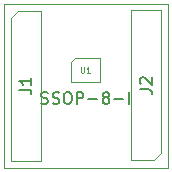
<source format=gbr>
G04 #@! TF.GenerationSoftware,KiCad,Pcbnew,(5.1.5-0-10_14)*
G04 #@! TF.CreationDate,2020-04-28T22:37:27-06:00*
G04 #@! TF.ProjectId,SSOP4-Breakout,53534f50-342d-4427-9265-616b6f75742e,rev?*
G04 #@! TF.SameCoordinates,Original*
G04 #@! TF.FileFunction,Other,Fab,Top*
%FSLAX46Y46*%
G04 Gerber Fmt 4.6, Leading zero omitted, Abs format (unit mm)*
G04 Created by KiCad (PCBNEW (5.1.5-0-10_14)) date 2020-04-28 22:37:27*
%MOMM*%
%LPD*%
G04 APERTURE LIST*
%ADD10C,0.050000*%
%ADD11C,0.100000*%
%ADD12C,0.150000*%
G04 APERTURE END LIST*
D10*
X24892000Y-25908000D02*
X25908000Y-25908000D01*
X25908000Y-12065000D02*
X24892000Y-12065000D01*
X24892000Y-12065000D02*
X12065000Y-12065000D01*
X25908000Y-25908000D02*
X25908000Y-12065000D01*
X12065000Y-25908000D02*
X24892000Y-25908000D01*
X12065000Y-12065000D02*
X12065000Y-25908000D01*
D11*
X17723000Y-18703000D02*
X20123000Y-18703000D01*
X20123000Y-18703000D02*
X20123000Y-16603000D01*
X20123000Y-16603000D02*
X18023000Y-16603000D01*
X18023000Y-16603000D02*
X17723000Y-16953000D01*
X17723000Y-16953000D02*
X17723000Y-18703000D01*
X25349200Y-24638000D02*
X24714200Y-25273000D01*
X25349200Y-12573000D02*
X25349200Y-24638000D01*
X22809200Y-12573000D02*
X25349200Y-12573000D01*
X22809200Y-25273000D02*
X22809200Y-12573000D01*
X24714200Y-25273000D02*
X22809200Y-25273000D01*
X12620001Y-13255001D02*
X13255001Y-12620001D01*
X12620001Y-25320001D02*
X12620001Y-13255001D01*
X15160001Y-25320001D02*
X12620001Y-25320001D01*
X15160001Y-12620001D02*
X15160001Y-25320001D01*
X13255001Y-12620001D02*
X15160001Y-12620001D01*
D12*
X15184904Y-20470761D02*
X15327761Y-20518380D01*
X15565857Y-20518380D01*
X15661095Y-20470761D01*
X15708714Y-20423142D01*
X15756333Y-20327904D01*
X15756333Y-20232666D01*
X15708714Y-20137428D01*
X15661095Y-20089809D01*
X15565857Y-20042190D01*
X15375380Y-19994571D01*
X15280142Y-19946952D01*
X15232523Y-19899333D01*
X15184904Y-19804095D01*
X15184904Y-19708857D01*
X15232523Y-19613619D01*
X15280142Y-19566000D01*
X15375380Y-19518380D01*
X15613476Y-19518380D01*
X15756333Y-19566000D01*
X16137285Y-20470761D02*
X16280142Y-20518380D01*
X16518238Y-20518380D01*
X16613476Y-20470761D01*
X16661095Y-20423142D01*
X16708714Y-20327904D01*
X16708714Y-20232666D01*
X16661095Y-20137428D01*
X16613476Y-20089809D01*
X16518238Y-20042190D01*
X16327761Y-19994571D01*
X16232523Y-19946952D01*
X16184904Y-19899333D01*
X16137285Y-19804095D01*
X16137285Y-19708857D01*
X16184904Y-19613619D01*
X16232523Y-19566000D01*
X16327761Y-19518380D01*
X16565857Y-19518380D01*
X16708714Y-19566000D01*
X17327761Y-19518380D02*
X17518238Y-19518380D01*
X17613476Y-19566000D01*
X17708714Y-19661238D01*
X17756333Y-19851714D01*
X17756333Y-20185047D01*
X17708714Y-20375523D01*
X17613476Y-20470761D01*
X17518238Y-20518380D01*
X17327761Y-20518380D01*
X17232523Y-20470761D01*
X17137285Y-20375523D01*
X17089666Y-20185047D01*
X17089666Y-19851714D01*
X17137285Y-19661238D01*
X17232523Y-19566000D01*
X17327761Y-19518380D01*
X18184904Y-20518380D02*
X18184904Y-19518380D01*
X18565857Y-19518380D01*
X18661095Y-19566000D01*
X18708714Y-19613619D01*
X18756333Y-19708857D01*
X18756333Y-19851714D01*
X18708714Y-19946952D01*
X18661095Y-19994571D01*
X18565857Y-20042190D01*
X18184904Y-20042190D01*
X19184904Y-20137428D02*
X19946809Y-20137428D01*
X20565857Y-19946952D02*
X20470619Y-19899333D01*
X20423000Y-19851714D01*
X20375380Y-19756476D01*
X20375380Y-19708857D01*
X20423000Y-19613619D01*
X20470619Y-19566000D01*
X20565857Y-19518380D01*
X20756333Y-19518380D01*
X20851571Y-19566000D01*
X20899190Y-19613619D01*
X20946809Y-19708857D01*
X20946809Y-19756476D01*
X20899190Y-19851714D01*
X20851571Y-19899333D01*
X20756333Y-19946952D01*
X20565857Y-19946952D01*
X20470619Y-19994571D01*
X20423000Y-20042190D01*
X20375380Y-20137428D01*
X20375380Y-20327904D01*
X20423000Y-20423142D01*
X20470619Y-20470761D01*
X20565857Y-20518380D01*
X20756333Y-20518380D01*
X20851571Y-20470761D01*
X20899190Y-20423142D01*
X20946809Y-20327904D01*
X20946809Y-20137428D01*
X20899190Y-20042190D01*
X20851571Y-19994571D01*
X20756333Y-19946952D01*
X21375380Y-20137428D02*
X22137285Y-20137428D01*
X22613476Y-20518380D02*
X22613476Y-19518380D01*
D11*
X18542047Y-17379190D02*
X18542047Y-17783952D01*
X18565857Y-17831571D01*
X18589666Y-17855380D01*
X18637285Y-17879190D01*
X18732523Y-17879190D01*
X18780142Y-17855380D01*
X18803952Y-17831571D01*
X18827761Y-17783952D01*
X18827761Y-17379190D01*
X19327761Y-17879190D02*
X19042047Y-17879190D01*
X19184904Y-17879190D02*
X19184904Y-17379190D01*
X19137285Y-17450619D01*
X19089666Y-17498238D01*
X19042047Y-17522047D01*
D12*
X23531580Y-19256333D02*
X24245866Y-19256333D01*
X24388723Y-19303952D01*
X24483961Y-19399190D01*
X24531580Y-19542047D01*
X24531580Y-19637285D01*
X23626819Y-18827761D02*
X23579200Y-18780142D01*
X23531580Y-18684904D01*
X23531580Y-18446809D01*
X23579200Y-18351571D01*
X23626819Y-18303952D01*
X23722057Y-18256333D01*
X23817295Y-18256333D01*
X23960152Y-18303952D01*
X24531580Y-18875380D01*
X24531580Y-18256333D01*
X13342381Y-19303334D02*
X14056667Y-19303334D01*
X14199524Y-19350953D01*
X14294762Y-19446191D01*
X14342381Y-19589048D01*
X14342381Y-19684286D01*
X14342381Y-18303334D02*
X14342381Y-18874762D01*
X14342381Y-18589048D02*
X13342381Y-18589048D01*
X13485239Y-18684286D01*
X13580477Y-18779524D01*
X13628096Y-18874762D01*
M02*

</source>
